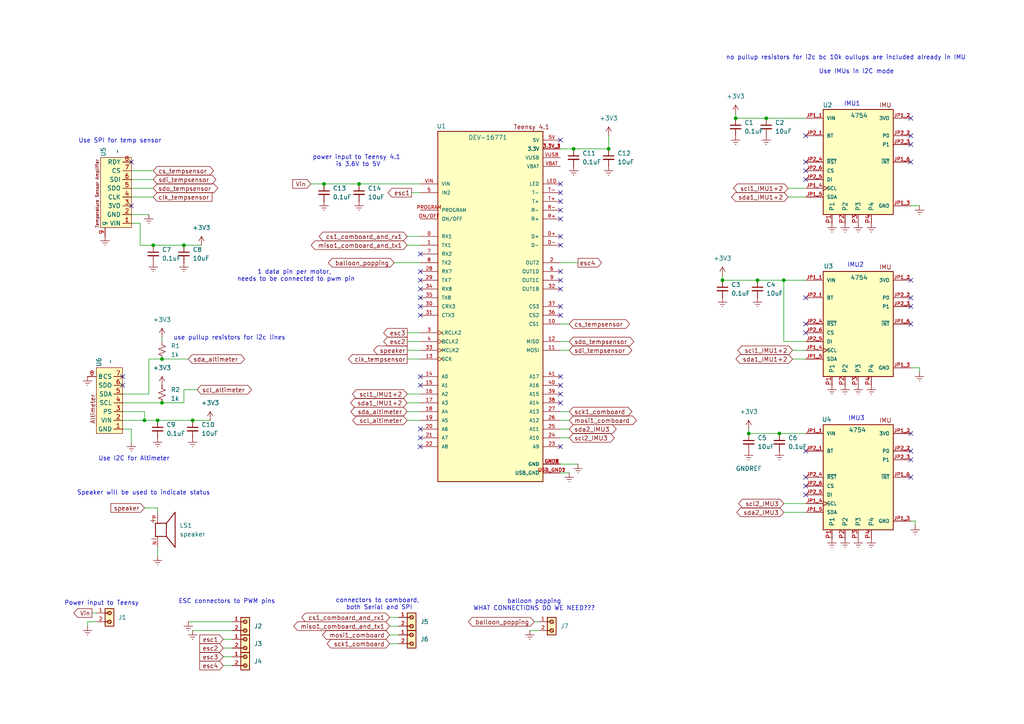
<source format=kicad_sch>
(kicad_sch (version 20231120) (generator "eeschema") (generator_version "8.0")
  (paper "A4")
  (lib_symbols
    (symbol "Device:C_Small" (pin_numbers hide) (pin_names (offset 0.254) hide)
      (property "Reference" "C" (at 0.254 1.778 0))
      (property "Value" "C_Small" (at 0.254 -2.032 0))
      (symbol "C_Small_1_1"
        (pin passive line (at 0 2.54 270) (length 2.032) (name "~") (number "1"))
        (pin passive line (at 0 -2.54 90) (length 2.032) (name "~") (number "2"))
      )
    )
    (symbol "Device:R_Small_US" (pin_numbers hide) (pin_names (offset 0.254) hide)
      (property "Reference" "R" (at 0.762 0.508 0))
      (property "Value" "R_Small_US" (at 0.762 -1.016 0))
      (symbol "R_Small_US_1_1"
        (pin passive line (at 0 2.54 270) (length 1.016) (name "~") (number "1"))
        (pin passive line (at 0 -2.54 90) (length 1.016) (name "~") (number "2"))
      )
    )
    (symbol "custom_symbol_library:691137710002 - connector" (pin_names (offset 1.016))
      (property "Reference" "J" (at -4.88 -0.922 0))
      (symbol "691137710002 - connector_0_0"
        (pin passive line (at -2.54 -5.08 90) (length 2.54) (name "~") (number "1"))
        (pin passive line (at 0 -5.08 90) (length 2.54) (name "~") (number "2"))
      )
    )
    (symbol "custom_symbol_library:speaker" (pin_names (offset 1.016))
      (property "Reference" "LS" (at -1.27 6.35 0))
      (property "Value" "speaker" (at -1.27 -8.255 0))
      (symbol "speaker_0_0"
        (text "+" (at -5.08 1.778 0) (effects (font (size 1.778 1.778)) (justify left bottom)))
        (text "-" (at -4.826 -3.556 0) (effects (font (size 1.778 1.778)) (justify left bottom)))
        (pin passive line (at -2.54 -5.08 90) (length 2.54) (name "~") (number "N"))
        (pin passive line (at -2.54 5.08 270) (length 2.54) (name "~") (number "P"))
      )
    )
    (symbol "library-symbols:4754" (pin_names (offset 1.016))
      (property "Reference" "U" (at -0.254 16.764 0))
      (property "Value" "4754" (at 0 13.716 0))
      (symbol "4754_0_0"
        (pin input line (at -15.24 12.7 0) (length 5.08) (name "VIN") (number "JP1_1"))
        (pin output line (at 15.24 12.7 180) (length 5.08) (name "3VO") (number "JP1_2"))
        (pin power_in line (at 15.24 -12.7 180) (length 5.08) (name "GND") (number "JP1_3"))
        (pin bidirectional clock (at -15.24 -7.62 0) (length 5.08) (name "SCL") (number "JP1_4"))
        (pin bidirectional line (at -15.24 -10.16 0) (length 5.08) (name "SDA") (number "JP1_5"))
        (pin output line (at 15.24 0 180) (length 5.08) (name "~{INT}") (number "JP1_6"))
        (pin input line (at -15.24 7.62 0) (length 5.08) (name "BT") (number "JP2_1"))
        (pin bidirectional line (at 15.24 7.62 180) (length 5.08) (name "P0") (number "JP2_2"))
        (pin bidirectional line (at 15.24 5.08 180) (length 5.08) (name "P1") (number "JP2_3"))
        (pin input line (at -15.24 0 0) (length 5.08) (name "~{RST}") (number "JP2_4"))
        (pin input line (at -15.24 -5.08 0) (length 5.08) (name "DI") (number "JP2_5"))
        (pin input line (at -15.24 -2.54 0) (length 5.08) (name "CS") (number "JP2_6"))
      )
      (symbol "4754_1_1"
        (text "IMU\n" (at 7.874 16.51 0) (effects (font (size 1.27 1.27))))
        (pin input line (at -7.62 -17.78 90) (length 2.54) (name "P1") (number "P1"))
        (pin input line (at -3.81 -17.78 90) (length 2.54) (name "P2") (number "P2"))
        (pin input line (at 0 -17.78 90) (length 2.54) (name "P3") (number "P3"))
        (pin input line (at 3.81 -17.78 90) (length 2.54) (name "P4") (number "P4"))
      )
    )
    (symbol "library-symbols:Altimeter"
      (property "Reference" "U4" (at 21.59 6.7339 0))
      (property "Value" "~" (at 21.59 4.8288 0))
      (symbol "Altimeter_1_1"
        (text "Altimeter" (at 8.382 9.906 0) (effects (font (size 1.27 1.27))))
        (pin input line (at 2.54 1.27 90) (length 2.54) (name "GND") (number "1"))
        (pin power_in line (at 5.08 1.27 90) (length 2.54) (name "VIN") (number "2"))
        (pin power_in line (at 7.62 1.27 90) (length 2.54) (name "PS") (number "3"))
        (pin power_in line (at 10.16 1.27 90) (length 2.54) (name "SCL") (number "4"))
        (pin power_in line (at 12.7 1.27 90) (length 2.54) (name "SDA") (number "5"))
        (pin power_in line (at 15.24 1.27 90) (length 2.54) (name "SDO") (number "6"))
        (pin power_in line (at 17.78 1.27 90) (length 2.54) (name "CS") (number "7"))
        (pin input line (at 17.78 11.43 270) (length 2.54) (name "8") (number "8"))
      )
    )
    (symbol "library-symbols:DEV-16771" (pin_names (offset 1.016))
      (property "Reference" "U1" (at 0 55.88 0))
      (property "Value" "DEV-16771" (at 0 53.34 0))
      (symbol "DEV-16771_0_0"
        (pin bidirectional line (at -20.32 20.32 0) (length 5.08) (name "RX1") (number "0"))
        (pin bidirectional line (at -20.32 17.78 0) (length 5.08) (name "TX1") (number "1"))
        (pin bidirectional line (at 20.32 -5.08 180) (length 5.08) (name "CS1") (number "10"))
        (pin bidirectional line (at 20.32 -12.7 180) (length 5.08) (name "MOSI") (number "11"))
        (pin bidirectional line (at 20.32 -10.16 180) (length 5.08) (name "MISO") (number "12"))
        (pin bidirectional clock (at -20.32 -15.24 0) (length 5.08) (name "SCK") (number "13"))
        (pin bidirectional line (at -20.32 -20.32 0) (length 5.08) (name "A0") (number "14"))
        (pin bidirectional line (at -20.32 -22.86 0) (length 5.08) (name "A1") (number "15"))
        (pin bidirectional line (at -20.32 -25.4 0) (length 5.08) (name "A2") (number "16"))
        (pin bidirectional line (at -20.32 -27.94 0) (length 5.08) (name "A3") (number "17"))
        (pin bidirectional line (at -20.32 -30.48 0) (length 5.08) (name "A4") (number "18"))
        (pin bidirectional line (at -20.32 -33.02 0) (length 5.08) (name "A5") (number "19"))
        (pin output line (at 20.32 12.7 180) (length 5.08) (name "OUT2") (number "2"))
        (pin bidirectional line (at -20.32 -35.56 0) (length 5.08) (name "A6") (number "20"))
        (pin bidirectional line (at -20.32 -38.1 0) (length 5.08) (name "A7") (number "21"))
        (pin bidirectional line (at -20.32 -40.64 0) (length 5.08) (name "A8") (number "22"))
        (pin bidirectional line (at 20.32 -40.64 180) (length 5.08) (name "A9") (number "23"))
        (pin bidirectional line (at 20.32 -38.1 180) (length 5.08) (name "A10") (number "24"))
        (pin bidirectional line (at 20.32 -35.56 180) (length 5.08) (name "A11") (number "25"))
        (pin bidirectional line (at 20.32 -33.02 180) (length 5.08) (name "A12") (number "26"))
        (pin bidirectional line (at 20.32 -30.48 180) (length 5.08) (name "A13") (number "27"))
        (pin bidirectional line (at -20.32 10.16 0) (length 5.08) (name "RX7") (number "28"))
        (pin bidirectional line (at -20.32 7.62 0) (length 5.08) (name "TX7") (number "29"))
        (pin bidirectional clock (at -20.32 -7.62 0) (length 5.08) (name "LRCLK2") (number "3"))
        (pin power_in line (at 20.32 45.72 180) (length 5.08) (name "3.3V") (number "3.3V_1"))
        (pin power_in line (at 20.32 45.72 180) (length 5.08) (name "3.3V") (number "3.3V_2"))
        (pin power_in line (at 20.32 45.72 180) (length 5.08) (name "3.3V") (number "3.3V_3"))
        (pin bidirectional line (at -20.32 0 0) (length 5.08) (name "CRX3") (number "30"))
        (pin bidirectional line (at -20.32 -2.54 0) (length 5.08) (name "CTX3") (number "31"))
        (pin output line (at 20.32 5.08 180) (length 5.08) (name "OUT1B") (number "32"))
        (pin bidirectional clock (at -20.32 -12.7 0) (length 5.08) (name "MCLK2") (number "33"))
        (pin bidirectional line (at -20.32 5.08 0) (length 5.08) (name "RX8") (number "34"))
        (pin bidirectional line (at -20.32 2.54 0) (length 5.08) (name "TX8") (number "35"))
        (pin bidirectional line (at 20.32 -2.54 180) (length 5.08) (name "CS2") (number "36"))
        (pin bidirectional line (at 20.32 0 180) (length 5.08) (name "CS3") (number "37"))
        (pin bidirectional line (at 20.32 -27.94 180) (length 5.08) (name "A14") (number "38"))
        (pin bidirectional line (at 20.32 -25.4 180) (length 5.08) (name "A15") (number "39"))
        (pin bidirectional clock (at -20.32 -10.16 0) (length 5.08) (name "BCLK2") (number "4"))
        (pin bidirectional line (at 20.32 -22.86 180) (length 5.08) (name "A16") (number "40"))
        (pin bidirectional line (at 20.32 -20.32 180) (length 5.08) (name "A17") (number "41"))
        (pin bidirectional line (at -20.32 33.02 0) (length 5.08) (name "IN2") (number "5"))
        (pin power_in line (at 20.32 48.26 180) (length 5.08) (name "5V") (number "5V"))
        (pin output line (at 20.32 10.16 180) (length 5.08) (name "OUT1D") (number "6"))
        (pin bidirectional line (at -20.32 15.24 0) (length 5.08) (name "RX2") (number "7"))
        (pin bidirectional line (at -20.32 12.7 0) (length 5.08) (name "TX2") (number "8"))
        (pin output line (at 20.32 7.62 180) (length 5.08) (name "OUT1C") (number "9"))
        (pin bidirectional line (at 20.32 20.32 180) (length 5.08) (name "D+") (number "D+"))
        (pin bidirectional line (at 20.32 17.78 180) (length 5.08) (name "D-") (number "D-"))
        (pin power_in line (at 20.32 -45.72 180) (length 5.08) (name "GND") (number "GND1"))
        (pin power_in line (at 20.32 -45.72 180) (length 5.08) (name "GND") (number "GND2"))
        (pin power_in line (at 20.32 -45.72 180) (length 5.08) (name "GND") (number "GND3"))
        (pin power_in line (at 20.32 -45.72 180) (length 5.08) (name "GND") (number "GND4"))
        (pin power_in line (at 20.32 -45.72 180) (length 5.08) (name "GND") (number "GND5"))
        (pin bidirectional line (at 20.32 35.56 180) (length 5.08) (name "LED") (number "LED"))
        (pin bidirectional line (at -20.32 25.4 0) (length 5.08) (name "ON/OFF") (number "ON/OFF"))
        (pin bidirectional line (at -20.32 27.94 0) (length 5.08) (name "PROGRAM") (number "PROGRAM"))
        (pin bidirectional line (at 20.32 25.4 180) (length 5.08) (name "R+") (number "R+"))
        (pin bidirectional line (at 20.32 27.94 180) (length 5.08) (name "R-") (number "R-"))
        (pin bidirectional line (at 20.32 30.48 180) (length 5.08) (name "T+") (number "T+"))
        (pin bidirectional line (at 20.32 33.02 180) (length 5.08) (name "T-") (number "T-"))
        (pin power_in line (at 20.32 -48.26 180) (length 5.08) (name "USB_GND") (number "USB_GND1"))
        (pin power_in line (at 20.32 -48.26 180) (length 5.08) (name "USB_GND") (number "USB_GND2"))
        (pin passive line (at 20.32 40.64 180) (length 5.08) (name "VBAT") (number "VBAT"))
        (pin input line (at -20.32 35.56 0) (length 5.08) (name "VIN") (number "VIN"))
        (pin passive line (at 20.32 43.18 180) (length 5.08) (name "VUSB") (number "VUSB"))
      )
      (symbol "DEV-16771_1_1"
        (text "Teensy 4.1" (at 11.938 52.07 0) (effects (font (size 1.27 1.27))))
      )
    )
    (symbol "library-symbols:GNDREF" (power) (pin_numbers hide) (pin_names (offset 0) hide)
      (property "Value" "GNDREF" (at 0 -3.81 0))
      (symbol "GNDREF_1_1"
        (pin power_in line (at 0 0 270) (length 0) (name "~") (number "1"))
      )
    )
    (symbol "library-symbols:temp_sensor_amp"
      (property "Reference" "U3" (at 11.43 2.1357 0))
      (property "Value" "~" (at 11.43 0.2306 0))
      (symbol "temp_sensor_amp_1_1"
        (text "Temperature Sensor Amplifier\n" (at -0.254 6.096 0) (effects (font (size 0.889 0.889))))
        (pin power_in line (at -8.89 -3.81 90) (length 2.54) (name "VIN") (number "1"))
        (pin input line (at -6.35 -3.81 90) (length 2.54) (name "GND") (number "2"))
        (pin output line (at -3.81 -3.81 90) (length 2.54) (name "3VO") (number "3"))
        (pin input line (at -1.27 -3.81 90) (length 2.54) (name "CLK") (number "4"))
        (pin output line (at 1.27 -3.81 90) (length 2.54) (name "SDO") (number "5"))
        (pin input line (at 3.81 -3.81 90) (length 2.54) (name "SDI") (number "6"))
        (pin input line (at 6.35 -3.81 90) (length 2.54) (name "CS") (number "7"))
        (pin input line (at 8.89 -3.81 90) (length 2.54) (name "RDY") (number "8"))
        (pin input line (at -12.7 3.81 0) (length 2.54) (name "9") (number "9"))
      )
    )
    (symbol "power:+3V3" (power) (pin_numbers hide) (pin_names (offset 0) hide)
      (property "Value" "+3V3" (at 0 3.556 0))
      (symbol "+3V3_1_1"
        (pin power_in line (at 0 0 90) (length 0) (name "~") (number "1"))
      )
    )
  )
  (junction (at 176.53 43.18))
  (junction (at 219.71 81.28))
  (junction (at 226.06 125.73))
  (junction (at 222.25 34.29))
  (junction (at 53.34 71.12))
  (junction (at 44.45 71.12))
  (junction (at 46.99 104.14))
  (junction (at 93.98 53.34))
  (junction (at 227.33 81.28))
  (junction (at 45.72 121.92))
  (junction (at 55.88 121.92))
  (junction (at 41.91 121.92))
  (junction (at 217.17 125.73))
  (junction (at 213.36 34.29))
  (junction (at 46.99 116.84))
  (junction (at 209.55 81.28))
  (junction (at 166.37 43.18))
  (junction (at 104.14 53.34))
  (no_connect (at 121.92 73.66))
  (no_connect (at 233.68 138.43))
  (no_connect (at 264.16 39.37))
  (no_connect (at 162.56 111.76))
  (no_connect (at 38.1 59.69))
  (no_connect (at 264.16 133.35))
  (no_connect (at 162.56 109.22))
  (no_connect (at 162.56 40.64))
  (no_connect (at 233.68 96.52))
  (no_connect (at 264.16 130.81))
  (no_connect (at 162.56 63.5))
  (no_connect (at 233.68 39.37))
  (no_connect (at 233.68 49.53))
  (no_connect (at 162.56 53.34))
  (no_connect (at 264.16 88.9))
  (no_connect (at 121.92 124.46))
  (no_connect (at 233.68 143.51))
  (no_connect (at 162.56 78.74))
  (no_connect (at 162.56 81.28))
  (no_connect (at 121.92 78.74))
  (no_connect (at 264.16 34.29))
  (no_connect (at 162.56 114.3))
  (no_connect (at 121.92 83.82))
  (no_connect (at 121.92 91.44))
  (no_connect (at 162.56 55.88))
  (no_connect (at 121.92 88.9))
  (no_connect (at 233.68 93.98))
  (no_connect (at 233.68 130.81))
  (no_connect (at 162.56 116.84))
  (no_connect (at 121.92 111.76))
  (no_connect (at 162.56 58.42))
  (no_connect (at 162.56 83.82))
  (no_connect (at 35.56 111.76))
  (no_connect (at 121.92 129.54))
  (no_connect (at 121.92 109.22))
  (no_connect (at 38.1 46.99))
  (no_connect (at 162.56 60.96))
  (no_connect (at 264.16 46.99))
  (no_connect (at 162.56 88.9))
  (no_connect (at 264.16 125.73))
  (no_connect (at 162.56 129.54))
  (no_connect (at 162.56 91.44))
  (no_connect (at 121.92 86.36))
  (no_connect (at 35.56 109.22))
  (no_connect (at 264.16 93.98))
  (no_connect (at 264.16 81.28))
  (no_connect (at 233.68 140.97))
  (no_connect (at 233.68 46.99))
  (no_connect (at 264.16 86.36))
  (no_connect (at 162.56 68.58))
  (no_connect (at 121.92 127))
  (no_connect (at 121.92 81.28))
  (no_connect (at 233.68 86.36))
  (no_connect (at 162.56 71.12))
  (no_connect (at 233.68 52.07))
  (no_connect (at 264.16 41.91))
  (no_connect (at 264.16 138.43))
  (wire (pts (xy 165.1 101.6) (xy 162.56 101.6)))
  (wire (pts (xy 167.64 76.2) (xy 162.56 76.2)))
  (wire (pts (xy 43.18 104.14) (xy 43.18 114.3)))
  (wire (pts (xy 46.99 116.84) (xy 35.56 116.84)))
  (wire (pts (xy 113.03 184.15) (xy 115.57 184.15)))
  (wire (pts (xy 90.17 53.34) (xy 93.98 53.34)))
  (wire (pts (xy 217.17 124.46) (xy 217.17 125.73)))
  (wire (pts (xy 114.3 76.2) (xy 121.92 76.2)))
  (wire (pts (xy 153.67 182.88) (xy 156.21 182.88)))
  (wire (pts (xy 41.91 121.92) (xy 45.72 121.92)))
  (wire (pts (xy 265.43 152.4) (xy 265.43 151.13)))
  (wire (pts (xy 25.4 180.34) (xy 27.94 180.34)))
  (wire (pts (xy 265.43 151.13) (xy 264.16 151.13)))
  (wire (pts (xy 113.03 186.69) (xy 115.57 186.69)))
  (wire (pts (xy 176.53 39.37) (xy 176.53 43.18)))
  (wire (pts (xy 266.7 107.95) (xy 266.7 106.68)))
  (wire (pts (xy 226.06 125.73) (xy 233.68 125.73)))
  (wire (pts (xy 38.1 49.53) (xy 44.45 49.53)))
  (wire (pts (xy 227.33 81.28) (xy 227.33 99.06)))
  (wire (pts (xy 41.91 119.38) (xy 35.56 119.38)))
  (wire (pts (xy 64.77 193.04) (xy 67.31 193.04)))
  (wire (pts (xy 118.11 121.92) (xy 121.92 121.92)))
  (wire (pts (xy 227.33 99.06) (xy 233.68 99.06)))
  (wire (pts (xy 227.33 81.28) (xy 233.68 81.28)))
  (wire (pts (xy 229.87 101.6) (xy 233.68 101.6)))
  (wire (pts (xy 38.1 54.61) (xy 44.45 54.61)))
  (wire (pts (xy 154.94 180.34) (xy 156.21 180.34)))
  (wire (pts (xy 43.18 114.3) (xy 35.56 114.3)))
  (wire (pts (xy 53.34 113.03) (xy 53.34 116.84)))
  (wire (pts (xy 222.25 34.29) (xy 233.68 34.29)))
  (wire (pts (xy 228.6 54.61) (xy 233.68 54.61)))
  (wire (pts (xy 55.88 182.88) (xy 67.31 182.88)))
  (wire (pts (xy 162.56 119.38) (xy 165.1 119.38)))
  (wire (pts (xy 213.36 34.29) (xy 222.25 34.29)))
  (wire (pts (xy 162.56 93.98) (xy 165.1 93.98)))
  (wire (pts (xy 165.1 99.06) (xy 162.56 99.06)))
  (wire (pts (xy 118.11 101.6) (xy 121.92 101.6)))
  (wire (pts (xy 119.38 55.88) (xy 121.92 55.88)))
  (wire (pts (xy 58.42 71.12) (xy 53.34 71.12)))
  (wire (pts (xy 209.55 81.28) (xy 219.71 81.28)))
  (wire (pts (xy 53.34 113.03) (xy 57.15 113.03)))
  (wire (pts (xy 227.33 148.59) (xy 233.68 148.59)))
  (wire (pts (xy 55.88 121.92) (xy 60.96 121.92)))
  (wire (pts (xy 217.17 125.73) (xy 226.06 125.73)))
  (wire (pts (xy 118.11 116.84) (xy 121.92 116.84)))
  (wire (pts (xy 113.03 181.61) (xy 115.57 181.61)))
  (wire (pts (xy 166.37 43.18) (xy 176.53 43.18)))
  (wire (pts (xy 45.72 147.32) (xy 45.72 148.59)))
  (wire (pts (xy 35.56 121.92) (xy 41.91 121.92)))
  (wire (pts (xy 162.56 43.18) (xy 166.37 43.18)))
  (wire (pts (xy 167.64 134.62) (xy 162.56 134.62)))
  (wire (pts (xy 113.03 179.07) (xy 115.57 179.07)))
  (wire (pts (xy 25.4 181.61) (xy 25.4 180.34)))
  (wire (pts (xy 162.56 124.46) (xy 165.1 124.46)))
  (wire (pts (xy 121.92 104.14) (xy 118.11 104.14)))
  (wire (pts (xy 38.1 124.46) (xy 35.56 124.46)))
  (wire (pts (xy 93.98 53.34) (xy 104.14 53.34)))
  (wire (pts (xy 104.14 53.34) (xy 121.92 53.34)))
  (wire (pts (xy 229.87 104.14) (xy 233.68 104.14)))
  (wire (pts (xy 45.72 161.29) (xy 45.72 158.75)))
  (wire (pts (xy 118.11 99.06) (xy 121.92 99.06)))
  (wire (pts (xy 45.72 121.92) (xy 55.88 121.92)))
  (wire (pts (xy 38.1 124.46) (xy 38.1 128.27)))
  (wire (pts (xy 64.77 190.5) (xy 67.31 190.5)))
  (wire (pts (xy 46.99 99.06) (xy 46.99 97.79)))
  (wire (pts (xy 165.1 121.92) (xy 162.56 121.92)))
  (wire (pts (xy 219.71 81.28) (xy 227.33 81.28)))
  (wire (pts (xy 64.77 187.96) (xy 67.31 187.96)))
  (wire (pts (xy 44.45 57.15) (xy 38.1 57.15)))
  (wire (pts (xy 213.36 33.02) (xy 213.36 34.29)))
  (wire (pts (xy 118.11 71.12) (xy 121.92 71.12)))
  (wire (pts (xy 118.11 68.58) (xy 121.92 68.58)))
  (wire (pts (xy 40.64 71.12) (xy 40.64 64.77)))
  (wire (pts (xy 64.77 185.42) (xy 67.31 185.42)))
  (wire (pts (xy 38.1 52.07) (xy 44.45 52.07)))
  (wire (pts (xy 266.7 106.68) (xy 264.16 106.68)))
  (wire (pts (xy 53.34 116.84) (xy 46.99 116.84)))
  (wire (pts (xy 53.34 71.12) (xy 44.45 71.12)))
  (wire (pts (xy 227.33 146.05) (xy 233.68 146.05)))
  (wire (pts (xy 209.55 80.01) (xy 209.55 81.28)))
  (wire (pts (xy 41.91 121.92) (xy 41.91 119.38)))
  (wire (pts (xy 41.91 147.32) (xy 45.72 147.32)))
  (wire (pts (xy 44.45 71.12) (xy 40.64 71.12)))
  (wire (pts (xy 118.11 114.3) (xy 121.92 114.3)))
  (wire (pts (xy 162.56 137.16) (xy 165.1 137.16)))
  (wire (pts (xy 266.7 59.69) (xy 264.16 59.69)))
  (wire (pts (xy 40.64 64.77) (xy 38.1 64.77)))
  (wire (pts (xy 26.67 177.8) (xy 27.94 177.8)))
  (wire (pts (xy 54.61 180.34) (xy 67.31 180.34)))
  (wire (pts (xy 54.61 104.14) (xy 46.99 104.14)))
  (wire (pts (xy 118.11 96.52) (xy 121.92 96.52)))
  (wire (pts (xy 46.99 104.14) (xy 43.18 104.14)))
  (wire (pts (xy 162.56 127) (xy 165.1 127)))
  (wire (pts (xy 43.18 62.23) (xy 38.1 62.23)))
  (wire (pts (xy 228.6 57.15) (xy 233.68 57.15)))
  (wire (pts (xy 118.11 119.38) (xy 121.92 119.38)))
  (text "IMU3" (at 248.412 121.412 0) (effects (font (size 1.27 1.27))))
  (text "use pullup resistors for i2c lines" (at 66.548 98.044 0) (effects (font (size 1.27 1.27))))
  (text "IMU2" (at 248.158 76.962 0) (effects (font (size 1.27 1.27))))
  (text "power input to Teensy 4.1 \nis 3.6V to 5V" (at 103.886 46.736 0) (effects (font (size 1.27 1.27))))
  (text "Use I2C for Altimeter" (at 38.862 133.096 0) (effects (font (size 1.27 1.27))))
  (text "connectors to comboard, \nboth Serial and SPI" (at 109.982 175.26 0) (effects (font (size 1.27 1.27))))
  (text "Use IMUs in I2C mode" (at 248.412 20.828 0) (effects (font (size 1.27 1.27))))
  (text "balloon popping\nWHAT CONNECTIONS DO WE NEED???" (at 154.94 175.514 0) (effects (font (size 1.27 1.27))))
  (text "Use SPI for temp sensor" (at 34.798 40.894 0) (effects (font (size 1.27 1.27))))
  (text "no pullup resistors for i2c bc 10k oullups are included already in IMU" (at 245.364 16.764 0) (effects (font (size 1.27 1.27))))
  (text "ESC connectors to PWM pins" (at 65.786 174.498 0) (effects (font (size 1.27 1.27))))
  (text "1 data pin per motor, \nneeds to be connected to pwm pin" (at 85.852 80.01 0) (effects (font (size 1.27 1.27))))
  (text "Speaker will be used to indicate status" (at 41.656 143.002 0) (effects (font (size 1.27 1.27))))
  (text "IMU1" (at 247.142 30.226 0) (effects (font (size 1.27 1.27))))
  (text "Power input to Teensy" (at 29.464 175.006 0) (effects (font (size 1.27 1.27))))
  (global_label "clk_tempsensor" (shape input) (at 44.45 57.15 0) (property "Intersheetrefs" "${INTERSHEET_REFS}" (effects (hide yes))))
  (global_label "miso1_comboard_and_tx1" (shape bidirectional) (at 118.11 71.12 180) (property "Intersheetrefs" "${INTERSHEET_REFS}" (effects (hide yes))))
  (global_label "scl2_IMU3" (shape bidirectional) (at 227.33 146.05 180) (property "Intersheetrefs" "${INTERSHEET_REFS}" (effects (hide yes))))
  (global_label "scl1_IMU1+2" (shape bidirectional) (at 229.87 101.6 180) (property "Intersheetrefs" "${INTERSHEET_REFS}" (effects (hide yes))))
  (global_label "sda1_IMU1+2" (shape bidirectional) (at 229.87 104.14 180) (property "Intersheetrefs" "${INTERSHEET_REFS}" (effects (hide yes))))
  (global_label "sda_altimeter" (shape bidirectional) (at 54.61 104.14 0) (property "Intersheetrefs" "${INTERSHEET_REFS}" (effects (hide yes))))
  (global_label "sda1_IMU1+2" (shape bidirectional) (at 228.6 57.15 180) (property "Intersheetrefs" "${INTERSHEET_REFS}" (effects (hide yes))))
  (global_label "mosi1_comboard" (shape bidirectional) (at 113.03 184.15 180) (property "Intersheetrefs" "${INTERSHEET_REFS}" (effects (hide yes))))
  (global_label "esc1" (shape input) (at 64.77 185.42 180) (property "Intersheetrefs" "${INTERSHEET_REFS}" (effects (hide yes))))
  (global_label "cs_tempsensor" (shape bidirectional) (at 165.1 93.98 0) (property "Intersheetrefs" "${INTERSHEET_REFS}" (effects (hide yes))))
  (global_label "scl2_IMU3" (shape bidirectional) (at 165.1 127 0) (property "Intersheetrefs" "${INTERSHEET_REFS}" (effects (hide yes))))
  (global_label "mosi1_comboard" (shape bidirectional) (at 165.1 121.92 0) (property "Intersheetrefs" "${INTERSHEET_REFS}" (effects (hide yes))))
  (global_label "balloon_popping" (shape bidirectional) (at 114.3 76.2 180) (property "Intersheetrefs" "${INTERSHEET_REFS}" (effects (hide yes))))
  (global_label "sda2_IMU3" (shape bidirectional) (at 227.33 148.59 180) (property "Intersheetrefs" "${INTERSHEET_REFS}" (effects (hide yes))))
  (global_label "esc4" (shape output) (at 167.64 76.2 0) (property "Intersheetrefs" "${INTERSHEET_REFS}" (effects (hide yes))))
  (global_label "esc2" (shape input) (at 64.77 187.96 180) (property "Intersheetrefs" "${INTERSHEET_REFS}" (effects (hide yes))))
  (global_label "scl1_IMU1+2" (shape bidirectional) (at 118.11 114.3 180) (property "Intersheetrefs" "${INTERSHEET_REFS}" (effects (hide yes))))
  (global_label "miso1_comboard_and_tx1" (shape bidirectional) (at 113.03 181.61 180) (property "Intersheetrefs" "${INTERSHEET_REFS}" (effects (hide yes))))
  (global_label "esc4" (shape input) (at 64.77 193.04 180) (property "Intersheetrefs" "${INTERSHEET_REFS}" (effects (hide yes))))
  (global_label "speaker" (shape input) (at 41.91 147.32 180) (property "Intersheetrefs" "${INTERSHEET_REFS}" (effects (hide yes))))
  (global_label "sda_altimeter" (shape bidirectional) (at 118.11 119.38 180) (property "Intersheetrefs" "${INTERSHEET_REFS}" (effects (hide yes))))
  (global_label "scl1_IMU1+2" (shape bidirectional) (at 228.6 54.61 180) (property "Intersheetrefs" "${INTERSHEET_REFS}" (effects (hide yes))))
  (global_label "Vin" (shape output) (at 26.67 177.8 180) (property "Intersheetrefs" "${INTERSHEET_REFS}" (effects (hide yes))))
  (global_label "sck1_comboard" (shape bidirectional) (at 113.03 186.69 180) (property "Intersheetrefs" "${INTERSHEET_REFS}" (effects (hide yes))))
  (global_label "sdo_tempsensor" (shape bidirectional) (at 165.1 99.06 0) (property "Intersheetrefs" "${INTERSHEET_REFS}" (effects (hide yes))))
  (global_label "sda1_IMU1+2" (shape bidirectional) (at 118.11 116.84 180) (property "Intersheetrefs" "${INTERSHEET_REFS}" (effects (hide yes))))
  (global_label "sdo_tempsensor" (shape bidirectional) (at 44.45 54.61 0) (property "Intersheetrefs" "${INTERSHEET_REFS}" (effects (hide yes))))
  (global_label "clk_tempsensor" (shape output) (at 118.11 104.14 180) (property "Intersheetrefs" "${INTERSHEET_REFS}" (effects (hide yes))))
  (global_label "balloon_popping" (shape bidirectional) (at 154.94 180.34 180) (property "Intersheetrefs" "${INTERSHEET_REFS}" (effects (hide yes))))
  (global_label "sdi_tempsensor" (shape bidirectional) (at 44.45 52.07 0) (property "Intersheetrefs" "${INTERSHEET_REFS}" (effects (hide yes))))
  (global_label "Vin" (shape input) (at 90.17 53.34 180) (property "Intersheetrefs" "${INTERSHEET_REFS}" (effects (hide yes))))
  (global_label "sdi_tempsensor" (shape bidirectional) (at 165.1 101.6 0) (property "Intersheetrefs" "${INTERSHEET_REFS}" (effects (hide yes))))
  (global_label "esc1" (shape output) (at 119.38 55.88 180) (property "Intersheetrefs" "${INTERSHEET_REFS}" (effects (hide yes))))
  (global_label "scl_altimeter" (shape bidirectional) (at 118.11 121.92 180) (property "Intersheetrefs" "${INTERSHEET_REFS}" (effects (hide yes))))
  (global_label "cs1_comboard_and_rx1" (shape bidirectional) (at 113.03 179.07 180) (property "Intersheetrefs" "${INTERSHEET_REFS}" (effects (hide yes))))
  (global_label "cs_tempsensor" (shape bidirectional) (at 44.45 49.53 0) (property "Intersheetrefs" "${INTERSHEET_REFS}" (effects (hide yes))))
  (global_label "sck1_comboard" (shape bidirectional) (at 165.1 119.38 0) (property "Intersheetrefs" "${INTERSHEET_REFS}" (effects (hide yes))))
  (global_label "scl_altimeter" (shape bidirectional) (at 57.15 113.03 0) (property "Intersheetrefs" "${INTERSHEET_REFS}" (effects (hide yes))))
  (global_label "esc3" (shape output) (at 118.11 96.52 180) (property "Intersheetrefs" "${INTERSHEET_REFS}" (effects (hide yes))))
  (global_label "sda2_IMU3" (shape bidirectional) (at 165.1 124.46 0) (property "Intersheetrefs" "${INTERSHEET_REFS}" (effects (hide yes))))
  (global_label "esc2" (shape output) (at 118.11 99.06 180) (property "Intersheetrefs" "${INTERSHEET_REFS}" (effects (hide yes))))
  (global_label "esc3" (shape input) (at 64.77 190.5 180) (property "Intersheetrefs" "${INTERSHEET_REFS}" (effects (hide yes))))
  (global_label "cs1_comboard_and_rx1" (shape bidirectional) (at 118.11 68.58 180) (property "Intersheetrefs" "${INTERSHEET_REFS}" (effects (hide yes))))
  (global_label "speaker" (shape output) (at 118.11 101.6 180) (property "Intersheetrefs" "${INTERSHEET_REFS}" (effects (hide yes))))
  (symbol (lib_id "power:+3V3") (at 213.36 33.02 0) (unit 1)
    (property "Reference" "#PWR010" (effects (hide yes)))
    (property "Value" "+3V3" (at 213.36 27.94 0))
    (property "Description" "Power symbol creates a global label with name \"+3V3\"" (effects (hide yes)))
  )
  (symbol (lib_id "Device:C_Small") (at 44.45 73.66 0) (unit 1)
    (property "Reference" "C7" (at 46.99 72.3962 0) (effects (justify left)))
    (property "Value" "0.1uF" (at 46.99 74.9362 0) (effects (justify left)))
    (property "Footprint" "Capacitor_SMD:C_0805_2012Metric_Pad1.18x1.45mm_HandSolder" (effects (hide yes)))
    (property "Description" "Unpolarized capacitor, small symbol" (effects (hide yes)))
  )
  (symbol (lib_id "library-symbols:GNDREF") (at 38.1 128.27 0) (unit 1)
    (property "Reference" "#PWR05" (effects (hide yes)))
    (property "Value" "GNDREF" (effects (hide yes)))
    (property "Description" "Power symbol creates a global label with name \"GNDREF\" , reference supply ground" (effects (hide yes)))
  )
  (symbol (lib_id "library-symbols:GNDREF") (at 53.34 76.2 0) (unit 1)
    (property "Reference" "#PWR042" (effects (hide yes)))
    (property "Value" "GNDREF" (effects (hide yes)))
    (property "Description" "Power symbol creates a global label with name \"GNDREF\" , reference supply ground" (effects (hide yes)))
  )
  (symbol (lib_id "library-symbols:GNDREF") (at 252.73 156.21 0) (unit 1)
    (property "Reference" "#PWR030" (effects (hide yes)))
    (property "Value" "GNDREF" (effects (hide yes)))
    (property "Description" "Power symbol creates a global label with name \"GNDREF\" , reference supply ground" (effects (hide yes)))
  )
  (symbol (lib_id "Device:C_Small") (at 104.14 55.88 0) (unit 1)
    (property "Reference" "C14" (at 106.68 54.6162 0) (effects (justify left)))
    (property "Value" "10uF" (at 106.68 57.1562 0) (effects (justify left)))
    (property "Footprint" "Capacitor_SMD:C_0805_2012Metric_Pad1.18x1.45mm_HandSolder" (effects (hide yes)))
    (property "Description" "Unpolarized capacitor, small symbol" (effects (hide yes)))
  )
  (symbol (lib_id "power:+3V3") (at 58.42 71.12 0) (unit 1)
    (property "Reference" "#PWR014" (effects (hide yes)))
    (property "Value" "+3V3" (at 58.42 66.04 0))
    (property "Description" "Power symbol creates a global label with name \"+3V3\"" (effects (hide yes)))
  )
  (symbol (lib_id "library-symbols:GNDREF") (at 222.25 39.37 0) (unit 1)
    (property "Reference" "#PWR022" (effects (hide yes)))
    (property "Value" "GNDREF" (effects (hide yes)))
    (property "Description" "Power symbol creates a global label with name \"GNDREF\" , reference supply ground" (effects (hide yes)))
  )
  (symbol (lib_id "library-symbols:GNDREF") (at 226.06 130.81 0) (unit 1)
    (property "Reference" "#PWR041" (effects (hide yes)))
    (property "Value" "GNDREF" (effects (hide yes)))
    (property "Description" "Power symbol creates a global label with name \"GNDREF\" , reference supply ground" (effects (hide yes)))
  )
  (symbol (lib_id "library-symbols:GNDREF") (at 153.67 182.88 0) (unit 1)
    (property "Reference" "#PWR044" (effects (hide yes)))
    (property "Value" "GNDREF" (effects (hide yes)))
    (property "Description" "Power symbol creates a global label with name \"GNDREF\" , reference supply ground" (effects (hide yes)))
  )
  (symbol (lib_id "library-symbols:GNDREF") (at 219.71 86.36 0) (unit 1)
    (property "Reference" "#PWR039" (effects (hide yes)))
    (property "Value" "GNDREF" (effects (hide yes)))
    (property "Description" "Power symbol creates a global label with name \"GNDREF\" , reference supply ground" (effects (hide yes)))
  )
  (symbol (lib_id "library-symbols:GNDREF") (at 166.37 48.26 0) (unit 1)
    (property "Reference" "#PWR037" (effects (hide yes)))
    (property "Value" "GNDREF" (effects (hide yes)))
    (property "Description" "Power symbol creates a global label with name \"GNDREF\" , reference supply ground" (effects (hide yes)))
  )
  (symbol (lib_id "custom_symbol_library:691137710002 - connector") (at 33.02 180.34 270) (unit 1)
    (property "Reference" "J1" (at 34.29 179.0699 90) (effects (justify left)))
    (property "Value" "691137710002" (effects (hide yes)))
    (property "Footprint" "library-footprints:691137710002-connector" (effects (hide yes)))
    (property "Check_prices" "https://www.snapeda.com/parts/691137710002/W%25C3%25BCrth+Elektronik+Midcom/view-part/?ref=eda" (effects (hide yes)))
    (property "WIRE" "12 to 30 (AWG) 3.31 to 0.05 (mm²)" (effects (hide yes)))
    (property "Description_1" "\n                        \n                            2 Position Wire to Board Terminal Block Horizontal with Board 0.197 (5.00mm) Through Hole\n                        \n" (effects (hide yes)))
    (property "Package" "None" (effects (hide yes)))
    (property "MOUNT" "THT" (effects (hide yes)))
    (property "IR-VDE" "24A" (effects (hide yes)))
    (property "IR-UL" "16A" (effects (hide yes)))
    (property "Availability" "In Stock" (effects (hide yes)))
    (property "WORKING-VOLTAGE-UL" "300V(AC)" (effects (hide yes)))
    (property "PART-NUMBER" "691137710002" (effects (hide yes)))
    (property "MF" "Würth Elektronik" (effects (hide yes)))
    (property "DATASHEET-URL" "https://www.we-online.com/catalog/datasheet/691137710002.pdf" (effects (hide yes)))
    (property "MP" "691137710002" (effects (hide yes)))
    (property "PITCH" "5mm" (effects (hide yes)))
    (property "PINS" "2" (effects (hide yes)))
    (property "WORKING-VOLTAGE-VDE" "250V(AC)" (effects (hide yes)))
    (property "TYPE" "Horizontal" (effects (hide yes)))
    (property "Price" "None" (effects (hide yes)))
    (property "SnapEDA_Link" "https://www.snapeda.com/parts/691137710002/W%25C3%25BCrth+Elektronik+Midcom/view-part/?ref=snap" (effects (hide yes)))
  )
  (symbol (lib_id "library-symbols:GNDREF") (at 45.72 161.29 0) (unit 1)
    (property "Reference" "#PWR047" (effects (hide yes)))
    (property "Value" "GNDREF" (effects (hide yes)))
    (property "Description" "Power symbol creates a global label with name \"GNDREF\" , reference supply ground" (effects (hide yes)))
  )
  (symbol (lib_id "library-symbols:GNDREF") (at 55.88 127 0) (unit 1)
    (property "Reference" "#PWR043" (effects (hide yes)))
    (property "Value" "GNDREF" (effects (hide yes)))
    (property "Description" "Power symbol creates a global label with name \"GNDREF\" , reference supply ground" (effects (hide yes)))
  )
  (symbol (lib_id "Device:R_Small_US") (at 46.99 101.6 0) (unit 1)
    (property "Reference" "R1" (at 49.53 100.3299 0) (effects (justify left)))
    (property "Value" "1k" (at 49.53 102.8699 0) (effects (justify left)))
    (property "Footprint" "Resistor_SMD:R_0805_2012Metric_Pad1.20x1.40mm_HandSolder" (effects (hide yes)))
    (property "Description" "Resistor, small US symbol" (effects (hide yes)))
  )
  (symbol (lib_id "library-symbols:GNDREF") (at 167.64 134.62 0) (unit 1)
    (property "Reference" "#PWR01" (effects (hide yes)))
    (property "Value" "GNDREF" (effects (hide yes)))
    (property "Description" "Power symbol creates a global label with name \"GNDREF\" , reference supply ground" (effects (hide yes)))
  )
  (symbol (lib_id "library-symbols:DEV-16771") (at 142.24 88.9 0) (unit 1)
    (property "Reference" "U1" (at 128.016 36.576 0))
    (property "Value" "DEV-16771" (at 141.478 39.878 0))
    (property "Footprint" "teensy:MODULE_DEV-16771" (effects (hide yes)))
    (property "MF" "SparkFun Electronics" (effects (hide yes)))
    (property "MAXIMUM_PACKAGE_HEIGHT" "4.07mm" (effects (hide yes)))
    (property "Package" "None" (effects (hide yes)))
    (property "Price" "None" (effects (hide yes)))
    (property "Check_prices" "https://www.snapeda.com/parts/DEV-16771/SparkFun+Electronics/view-part/?ref=eda" (effects (hide yes)))
    (property "STANDARD" "Manufacturer recommendations" (effects (hide yes)))
    (property "PARTREV" "4.1" (effects (hide yes)))
    (property "SnapEDA_Link" "https://www.snapeda.com/parts/DEV-16771/SparkFun+Electronics/view-part/?ref=snap" (effects (hide yes)))
    (property "MP" "DEV-16771" (effects (hide yes)))
    (property "Description_1" "\n                        \n                            RT1062 Teensy 4.1 series ARM® Cortex®-M7 MPU Embedded Evaluation Board\n                        \n" (effects (hide yes)))
    (property "Availability" "In Stock" (effects (hide yes)))
    (property "MANUFACTURER" "SparkFun Electronics" (effects (hide yes)))
  )
  (symbol (lib_id "library-symbols:GNDREF") (at 25.4 181.61 0) (unit 1)
    (property "Reference" "#PWR08" (effects (hide yes)))
    (property "Value" "GNDREF" (effects (hide yes)))
    (property "Description" "Power symbol creates a global label with name \"GNDREF\" , reference supply ground" (effects (hide yes)))
  )
  (symbol (lib_id "Device:C_Small") (at 213.36 36.83 0) (unit 1)
    (property "Reference" "C1" (at 215.9 35.5662 0) (effects (justify left)))
    (property "Value" "0.1uF" (at 215.9 38.1062 0) (effects (justify left)))
    (property "Footprint" "Capacitor_SMD:C_0805_2012Metric_Pad1.18x1.45mm_HandSolder" (effects (hide yes)))
    (property "Description" "Unpolarized capacitor, small symbol" (effects (hide yes)))
  )
  (symbol (lib_id "library-symbols:GNDREF") (at 248.92 156.21 0) (unit 1)
    (property "Reference" "#PWR029" (effects (hide yes)))
    (property "Value" "GNDREF" (effects (hide yes)))
    (property "Description" "Power symbol creates a global label with name \"GNDREF\" , reference supply ground" (effects (hide yes)))
  )
  (symbol (lib_id "library-symbols:GNDREF") (at 209.55 86.36 0) (unit 1)
    (property "Reference" "#PWR020" (effects (hide yes)))
    (property "Value" "GNDREF" (effects (hide yes)))
    (property "Description" "Power symbol creates a global label with name \"GNDREF\" , reference supply ground" (effects (hide yes)))
  )
  (symbol (lib_id "Device:C_Small") (at 209.55 83.82 0) (unit 1)
    (property "Reference" "C3" (at 212.09 82.5562 0) (effects (justify left)))
    (property "Value" "0.1uF" (at 212.09 85.0962 0) (effects (justify left)))
    (property "Footprint" "Capacitor_SMD:C_0805_2012Metric_Pad1.18x1.45mm_HandSolder" (effects (hide yes)))
    (property "Description" "Unpolarized capacitor, small symbol" (effects (hide yes)))
  )
  (symbol (lib_id "custom_symbol_library:691137710002 - connector") (at 72.39 187.96 270) (unit 1)
    (property "Reference" "J3" (at 73.66 186.6899 90) (effects (justify left)))
    (property "Value" "691137710002" (effects (hide yes)))
    (property "Footprint" "library-footprints:691137710002-connector" (effects (hide yes)))
    (property "Check_prices" "https://www.snapeda.com/parts/691137710002/W%25C3%25BCrth+Elektronik+Midcom/view-part/?ref=eda" (effects (hide yes)))
    (property "WIRE" "12 to 30 (AWG) 3.31 to 0.05 (mm²)" (effects (hide yes)))
    (property "Description_1" "\n                        \n                            2 Position Wire to Board Terminal Block Horizontal with Board 0.197 (5.00mm) Through Hole\n                        \n" (effects (hide yes)))
    (property "Package" "None" (effects (hide yes)))
    (property "MOUNT" "THT" (effects (hide yes)))
    (property "IR-VDE" "24A" (effects (hide yes)))
    (property "IR-UL" "16A" (effects (hide yes)))
    (property "Availability" "In Stock" (effects (hide yes)))
    (property "WORKING-VOLTAGE-UL" "300V(AC)" (effects (hide yes)))
    (property "PART-NUMBER" "691137710002" (effects (hide yes)))
    (property "MF" "Würth Elektronik" (effects (hide yes)))
    (property "DATASHEET-URL" "https://www.we-online.com/catalog/datasheet/691137710002.pdf" (effects (hide yes)))
    (property "MP" "691137710002" (effects (hide yes)))
    (property "PITCH" "5mm" (effects (hide yes)))
    (property "PINS" "2" (effects (hide yes)))
    (property "WORKING-VOLTAGE-VDE" "250V(AC)" (effects (hide yes)))
    (property "TYPE" "Horizontal" (effects (hide yes)))
    (property "Price" "None" (effects (hide yes)))
    (property "SnapEDA_Link" "https://www.snapeda.com/parts/691137710002/W%25C3%25BCrth+Elektronik+Midcom/view-part/?ref=snap" (effects (hide yes)))
  )
  (symbol (lib_id "library-symbols:GNDREF") (at 245.11 111.76 0) (unit 1)
    (property "Reference" "#PWR032" (effects (hide yes)))
    (property "Value" "GNDREF" (effects (hide yes)))
    (property "Description" "Power symbol creates a global label with name \"GNDREF\" , reference supply ground" (effects (hide yes)))
  )
  (symbol (lib_id "library-symbols:4754") (at 248.92 138.43 0) (unit 1)
    (property "Reference" "U4" (at 239.776 121.666 0))
    (property "Value" "4754" (at 248.666 124.714 0))
    (property "Footprint" "imu:MODULE_4754" (effects (hide yes)))
    (property "MF" "Adafruit" (effects (hide yes)))
    (property "MAXIMUM_PACKAGE_HEIGHT" "4.6mm" (effects (hide yes)))
    (property "Package" "None" (effects (hide yes)))
    (property "Price" "None" (effects (hide yes)))
    (property "Check_prices" "https://www.snapeda.com/parts/4754/Adafruit+Industries/view-part/?ref=eda" (effects (hide yes)))
    (property "STANDARD" "Manufacturer Recommendations" (effects (hide yes)))
    (property "PARTREV" "2021-03-16" (effects (hide yes)))
    (property "SnapEDA_Link" "https://www.snapeda.com/parts/4754/Adafruit+Industries/view-part/?ref=snap" (effects (hide yes)))
    (property "MP" "4754" (effects (hide yes)))
    (property "Description_1" "\n                        \n                            Adafruit 9-DOF Orientation IMU Fusion Breakout - BNO085 (BNO080) - STEMMA QT / Qwiic\n                        \n" (effects (hide yes)))
    (property "MANUFACTURER" "Adafruit" (effects (hide yes)))
    (property "Availability" "In Stock" (effects (hide yes)))
    (property "SNAPEDA_PN" "4754" (effects (hide yes)))
  )
  (symbol (lib_id "power:+3V3") (at 217.17 124.46 0) (unit 1)
    (property "Reference" "#PWR012" (effects (hide yes)))
    (property "Value" "+3V3" (at 217.17 119.38 0))
    (property "Description" "Power symbol creates a global label with name \"+3V3\"" (effects (hide yes)))
  )
  (symbol (lib_id "library-symbols:Altimeter") (at 36.83 127 90) (unit 1)
    (property "Reference" "U6" (at 28.702 106.426 0) (effects (justify left)))
    (property "Value" "~" (at 32.0012 105.41 0) (effects (justify left)))
    (property "Footprint" "library-footprints:altimeter" (effects (hide yes)))
  )
  (symbol (lib_id "library-symbols:GNDREF") (at 45.72 127 0) (unit 1)
    (property "Reference" "#PWR024" (effects (hide yes)))
    (property "Value" "GNDREF" (effects (hide yes)))
    (property "Description" "Power symbol creates a global label with name \"GNDREF\" , reference supply ground" (effects (hide yes)))
  )
  (symbol (lib_id "power:+3V3") (at 209.55 80.01 0) (unit 1)
    (property "Reference" "#PWR011" (effects (hide yes)))
    (property "Value" "+3V3" (at 209.55 74.93 0))
    (property "Description" "Power symbol creates a global label with name \"+3V3\"" (effects (hide yes)))
  )
  (symbol (lib_id "library-symbols:GNDREF") (at 25.4 109.22 0) (unit 1)
    (property "Reference" "#PWR035" (effects (hide yes)))
    (property "Value" "GNDREF" (effects (hide yes)))
    (property "Description" "Power symbol creates a global label with name \"GNDREF\" , reference supply ground" (effects (hide yes)))
  )
  (symbol (lib_id "library-symbols:GNDREF") (at 248.92 64.77 0) (unit 1)
    (property "Reference" "#PWR017" (effects (hide yes)))
    (property "Value" "GNDREF" (effects (hide yes)))
    (property "Description" "Power symbol creates a global label with name \"GNDREF\" , reference supply ground" (effects (hide yes)))
  )
  (symbol (lib_id "power:+3V3") (at 176.53 39.37 0) (unit 1)
    (property "Reference" "#PWR07" (effects (hide yes)))
    (property "Value" "+3V3" (at 176.53 34.29 0))
    (property "Description" "Power symbol creates a global label with name \"+3V3\"" (effects (hide yes)))
  )
  (symbol (lib_id "Device:C_Small") (at 219.71 83.82 0) (unit 1)
    (property "Reference" "C4" (at 222.25 82.5562 0) (effects (justify left)))
    (property "Value" "10uF" (at 222.25 85.0962 0) (effects (justify left)))
    (property "Footprint" "Capacitor_SMD:C_0805_2012Metric_Pad1.18x1.45mm_HandSolder" (effects (hide yes)))
    (property "Description" "Unpolarized capacitor, small symbol" (effects (hide yes)))
  )
  (symbol (lib_id "library-symbols:4754") (at 248.92 93.98 0) (unit 1)
    (property "Reference" "U3" (at 240.284 77.216 0))
    (property "Value" "4754" (at 249.174 80.518 0))
    (property "Footprint" "imu:MODULE_4754" (effects (hide yes)))
    (property "MF" "Adafruit" (effects (hide yes)))
    (property "MAXIMUM_PACKAGE_HEIGHT" "4.6mm" (effects (hide yes)))
    (property "Package" "None" (effects (hide yes)))
    (property "Price" "None" (effects (hide yes)))
    (property "Check_prices" "https://www.snapeda.com/parts/4754/Adafruit+Industries/view-part/?ref=eda" (effects (hide yes)))
    (property "STANDARD" "Manufacturer Recommendations" (effects (hide yes)))
    (property "PARTREV" "2021-03-16" (effects (hide yes)))
    (property "SnapEDA_Link" "https://www.snapeda.com/parts/4754/Adafruit+Industries/view-part/?ref=snap" (effects (hide yes)))
    (property "MP" "4754" (effects (hide yes)))
    (property "Description_1" "\n                        \n                            Adafruit 9-DOF Orientation IMU Fusion Breakout - BNO085 (BNO080) - STEMMA QT / Qwiic\n                        \n" (effects (hide yes)))
    (property "MANUFACTURER" "Adafruit" (effects (hide yes)))
    (property "Availability" "In Stock" (effects (hide yes)))
    (property "SNAPEDA_PN" "4754" (effects (hide yes)))
  )
  (symbol (lib_id "library-symbols:GNDREF") (at 176.53 48.26 0) (unit 1)
    (property "Reference" "#PWR025" (effects (hide yes)))
    (property "Value" "GNDREF" (effects (hide yes)))
    (property "Description" "Power symbol creates a global label with name \"GNDREF\" , reference supply ground" (effects (hide yes)))
  )
  (symbol (lib_id "Device:C_Small") (at 176.53 45.72 0) (unit 1)
    (property "Reference" "C12" (at 179.07 44.4562 0) (effects (justify left)))
    (property "Value" "10uF" (at 179.07 46.9962 0) (effects (justify left)))
    (property "Footprint" "Capacitor_SMD:C_0805_2012Metric_Pad1.18x1.45mm_HandSolder" (effects (hide yes)))
    (property "Description" "Unpolarized capacitor, small symbol" (effects (hide yes)))
  )
  (symbol (lib_id "library-symbols:temp_sensor_amp") (at 34.29 55.88 90) (unit 1)
    (property "Reference" "U5" (at 29.972 45.466 0) (effects (justify left)))
    (property "Value" "~" (at 34.0594 44.45 0) (effects (justify left)))
    (property "Footprint" "library-footprints:temperature-amplifier" (effects (hide yes)))
  )
  (symbol (lib_id "custom_symbol_library:691137710002 - connector") (at 72.39 182.88 270) (unit 1)
    (property "Reference" "J2" (at 73.66 181.6099 90) (effects (justify left)))
    (property "Value" "691137710002" (effects (hide yes)))
    (property "Footprint" "library-footprints:691137710002-connector" (effects (hide yes)))
    (property "Check_prices" "https://www.snapeda.com/parts/691137710002/W%25C3%25BCrth+Elektronik+Midcom/view-part/?ref=eda" (effects (hide yes)))
    (property "WIRE" "12 to 30 (AWG) 3.31 to 0.05 (mm²)" (effects (hide yes)))
    (property "Description_1" "\n                        \n                            2 Position Wire to Board Terminal Block Horizontal with Board 0.197 (5.00mm) Through Hole\n                        \n" (effects (hide yes)))
    (property "Package" "None" (effects (hide yes)))
    (property "MOUNT" "THT" (effects (hide yes)))
    (property "IR-VDE" "24A" (effects (hide yes)))
    (property "IR-UL" "16A" (effects (hide yes)))
    (property "Availability" "In Stock" (effects (hide yes)))
    (property "WORKING-VOLTAGE-UL" "300V(AC)" (effects (hide yes)))
    (property "PART-NUMBER" "691137710002" (effects (hide yes)))
    (property "MF" "Würth Elektronik" (effects (hide yes)))
    (property "DATASHEET-URL" "https://www.we-online.com/catalog/datasheet/691137710002.pdf" (effects (hide yes)))
    (property "MP" "691137710002" (effects (hide yes)))
    (property "PITCH" "5mm" (effects (hide yes)))
    (property "PINS" "2" (effects (hide yes)))
    (property "WORKING-VOLTAGE-VDE" "250V(AC)" (effects (hide yes)))
    (property "TYPE" "Horizontal" (effects (hide yes)))
    (property "Price" "None" (effects (hide yes)))
    (property "SnapEDA_Link" "https://www.snapeda.com/parts/691137710002/W%25C3%25BCrth+Elektronik+Midcom/view-part/?ref=snap" (effects (hide yes)))
  )
  (symbol (lib_id "Device:C_Small") (at 53.34 73.66 0) (unit 1)
    (property "Reference" "C8" (at 55.88 72.3962 0) (effects (justify left)))
    (property "Value" "10uF" (at 55.88 74.9362 0) (effects (justify left)))
    (property "Footprint" "Capacitor_SMD:C_0805_2012Metric_Pad1.18x1.45mm_HandSolder" (effects (hide yes)))
    (property "Description" "Unpolarized capacitor, small symbol" (effects (hide yes)))
  )
  (symbol (lib_id "Device:C_Small") (at 166.37 45.72 0) (unit 1)
    (property "Reference" "C11" (at 168.91 44.4562 0) (effects (justify left)))
    (property "Value" "0.1uF" (at 168.91 46.9962 0) (effects (justify left)))
    (property "Footprint" "Capacitor_SMD:C_0805_2012Metric_Pad1.18x1.45mm_HandSolder" (effects (hide yes)))
    (property "Description" "Unpolarized capacitor, small symbol" (effects (hide yes)))
  )
  (symbol (lib_id "library-symbols:GNDREF") (at 252.73 64.77 0) (unit 1)
    (property "Reference" "#PWR018" (effects (hide yes)))
    (property "Value" "GNDREF" (effects (hide yes)))
    (property "Description" "Power symbol creates a global label with name \"GNDREF\" , reference supply ground" (effects (hide yes)))
  )
  (symbol (lib_id "library-symbols:4754") (at 248.92 46.99 0) (unit 1)
    (property "Reference" "U2" (at 240.03 30.48 0))
    (property "Value" "4754" (at 249.174 33.528 0))
    (property "Footprint" "imu:MODULE_4754" (effects (hide yes)))
    (property "MF" "Adafruit" (effects (hide yes)))
    (property "MAXIMUM_PACKAGE_HEIGHT" "4.6mm" (effects (hide yes)))
    (property "Package" "None" (effects (hide yes)))
    (property "Price" "None" (effects (hide yes)))
    (property "Check_prices" "https://www.snapeda.com/parts/4754/Adafruit+Industries/view-part/?ref=eda" (effects (hide yes)))
    (property "STANDARD" "Manufacturer Recommendations" (effects (hide yes)))
    (property "PARTREV" "2021-03-16" (effects (hide yes)))
    (property "SnapEDA_Link" "https://www.snapeda.com/parts/4754/Adafruit+Industries/view-part/?ref=snap" (effects (hide yes)))
    (property "MP" "4754" (effects (hide yes)))
    (property "Description_1" "\n                        \n                            Adafruit 9-DOF Orientation IMU Fusion Breakout - BNO085 (BNO080) - STEMMA QT / Qwiic\n                        \n" (effects (hide yes)))
    (property "MANUFACTURER" "Adafruit" (effects (hide yes)))
    (property "Availability" "In Stock" (effects (hide yes)))
    (property "SNAPEDA_PN" "4754" (effects (hide yes)))
  )
  (symbol (lib_id "library-symbols:GNDREF") (at 241.3 111.76 0) (unit 1)
    (property "Reference" "#PWR031" (effects (hide yes)))
    (property "Value" "GNDREF" (effects (hide yes)))
    (property "Description" "Power symbol creates a global label with name \"GNDREF\" , reference supply ground" (effects (hide yes)))
  )
  (symbol (lib_id "custom_symbol_library:691137710002 - connector") (at 161.29 182.88 270) (unit 1)
    (property "Reference" "J7" (at 162.56 181.6099 90) (effects (justify left)))
    (property "Value" "691137710002" (effects (hide yes)))
    (property "Footprint" "library-footprints:691137710002-connector" (effects (hide yes)))
    (property "Check_prices" "https://www.snapeda.com/parts/691137710002/W%25C3%25BCrth+Elektronik+Midcom/view-part/?ref=eda" (effects (hide yes)))
    (property "WIRE" "12 to 30 (AWG) 3.31 to 0.05 (mm²)" (effects (hide yes)))
    (property "Description_1" "\n                        \n                            2 Position Wire to Board Terminal Block Horizontal with Board 0.197 (5.00mm) Through Hole\n                        \n" (effects (hide yes)))
    (property "Package" "None" (effects (hide yes)))
    (property "MOUNT" "THT" (effects (hide yes)))
    (property "IR-VDE" "24A" (effects (hide yes)))
    (property "IR-UL" "16A" (effects (hide yes)))
    (property "Availability" "In Stock" (effects (hide yes)))
    (property "WORKING-VOLTAGE-UL" "300V(AC)" (effects (hide yes)))
    (property "PART-NUMBER" "691137710002" (effects (hide yes)))
    (property "MF" "Würth Elektronik" (effects (hide yes)))
    (property "DATASHEET-URL" "https://www.we-online.com/catalog/datasheet/691137710002.pdf" (effects (hide yes)))
    (property "MP" "691137710002" (effects (hide yes)))
    (property "PITCH" "5mm" (effects (hide yes)))
    (property "PINS" "2" (effects (hide yes)))
    (property "WORKING-VOLTAGE-VDE" "250V(AC)" (effects (hide yes)))
    (property "TYPE" "Horizontal" (effects (hide yes)))
    (property "Price" "None" (effects (hide yes)))
    (property "SnapEDA_Link" "https://www.snapeda.com/parts/691137710002/W%25C3%25BCrth+Elektronik+Midcom/view-part/?ref=snap" (effects (hide yes)))
  )
  (symbol (lib_id "library-symbols:GNDREF") (at 241.3 156.21 0) (unit 1)
    (property "Reference" "#PWR019" (effects (hide yes)))
    (property "Value" "GNDREF" (effects (hide yes)))
    (property "Description" "Power symbol creates a global label with name \"GNDREF\" , reference supply ground" (effects (hide yes)))
  )
  (symbol (lib_id "library-symbols:GNDREF") (at 55.88 182.88 0) (unit 1)
    (property "Reference" "#PWR040" (effects (hide yes)))
    (property "Value" "GNDREF" (effects (hide yes)))
    (property "Description" "Power symbol creates a global label with name \"GNDREF\" , reference supply ground" (effects (hide yes)))
  )
  (symbol (lib_id "power:+3V3") (at 46.99 111.76 0) (unit 1)
    (property "Reference" "#PWR026" (effects (hide yes)))
    (property "Value" "+3V3" (at 46.99 106.68 0))
    (property "Description" "Power symbol creates a global label with name \"+3V3\"" (effects (hide yes)))
  )
  (symbol (lib_id "library-symbols:GNDREF") (at 266.7 59.69 0) (unit 1)
    (property "Reference" "#PWR04" (effects (hide yes)))
    (property "Value" "GNDREF" (effects (hide yes)))
    (property "Description" "Power symbol creates a global label with name \"GNDREF\" , reference supply ground" (effects (hide yes)))
  )
  (symbol (lib_id "library-symbols:GNDREF") (at 245.11 156.21 0) (unit 1)
    (property "Reference" "#PWR028" (effects (hide yes)))
    (property "Value" "GNDREF" (effects (hide yes)))
    (property "Description" "Power symbol creates a global label with name \"GNDREF\" , reference supply ground" (effects (hide yes)))
  )
  (symbol (lib_id "library-symbols:GNDREF") (at 54.61 180.34 0) (unit 1)
    (property "Reference" "#PWR013" (effects (hide yes)))
    (property "Value" "GNDREF" (effects (hide yes)))
    (property "Description" "Power symbol creates a global label with name \"GNDREF\" , reference supply ground" (effects (hide yes)))
  )
  (symbol (lib_id "library-symbols:GNDREF") (at 93.98 58.42 0) (unit 1)
    (property "Reference" "#PWR045" (effects (hide yes)))
    (property "Value" "GNDREF" (effects (hide yes)))
    (property "Description" "Power symbol creates a global label with name \"GNDREF\" , reference supply ground" (effects (hide yes)))
  )
  (symbol (lib_id "Device:R_Small_US") (at 46.99 114.3 0) (unit 1)
    (property "Reference" "R2" (at 49.53 113.0299 0) (effects (justify left)))
    (property "Value" "1k" (at 49.53 115.5699 0) (effects (justify left)))
    (property "Footprint" "Resistor_SMD:R_0805_2012Metric_Pad1.20x1.40mm_HandSolder" (effects (hide yes)))
    (property "Description" "Resistor, small US symbol" (effects (hide yes)))
  )
  (symbol (lib_id "library-symbols:GNDREF") (at 245.11 64.77 0) (unit 1)
    (property "Reference" "#PWR016" (effects (hide yes)))
    (property "Value" "GNDREF" (effects (hide yes)))
    (property "Description" "Power symbol creates a global label with name \"GNDREF\" , reference supply ground" (effects (hide yes)))
  )
  (symbol (lib_id "library-symbols:GNDREF") (at 44.45 76.2 0) (unit 1)
    (property "Reference" "#PWR023" (effects (hide yes)))
    (property "Value" "GNDREF" (effects (hide yes)))
    (property "Description" "Power symbol creates a global label with name \"GNDREF\" , reference supply ground" (effects (hide yes)))
  )
  (symbol (lib_id "library-symbols:GNDREF") (at 248.92 111.76 0) (unit 1)
    (property "Reference" "#PWR033" (effects (hide yes)))
    (property "Value" "GNDREF" (effects (hide yes)))
    (property "Description" "Power symbol creates a global label with name \"GNDREF\" , reference supply ground" (effects (hide yes)))
  )
  (symbol (lib_id "Device:C_Small") (at 93.98 55.88 0) (unit 1)
    (property "Reference" "C13" (at 96.52 54.6162 0) (effects (justify left)))
    (property "Value" "0.1uF" (at 96.52 57.1562 0) (effects (justify left)))
    (property "Footprint" "Capacitor_SMD:C_0805_2012Metric_Pad1.18x1.45mm_HandSolder" (effects (hide yes)))
    (property "Description" "Unpolarized capacitor, small symbol" (effects (hide yes)))
  )
  (symbol (lib_id "Device:C_Small") (at 222.25 36.83 0) (unit 1)
    (property "Reference" "C2" (at 224.79 35.5662 0) (effects (justify left)))
    (property "Value" "10uF" (at 224.79 38.1062 0) (effects (justify left)))
    (property "Footprint" "Capacitor_SMD:C_0805_2012Metric_Pad1.18x1.45mm_HandSolder" (effects (hide yes)))
    (property "Description" "Unpolarized capacitor, small symbol" (effects (hide yes)))
  )
  (symbol (lib_id "power:+3V3") (at 46.99 97.79 0) (unit 1)
    (property "Reference" "#PWR027" (effects (hide yes)))
    (property "Value" "+3V3" (at 46.99 92.71 0))
    (property "Description" "Power symbol creates a global label with name \"+3V3\"" (effects (hide yes)))
  )
  (symbol (lib_id "library-symbols:GNDREF") (at 252.73 111.76 0) (unit 1)
    (property "Reference" "#PWR034" (effects (hide yes)))
    (property "Value" "GNDREF" (effects (hide yes)))
    (property "Description" "Power symbol creates a global label with name \"GNDREF\" , reference supply ground" (effects (hide yes)))
  )
  (symbol (lib_id "Device:C_Small") (at 45.72 124.46 0) (unit 1)
    (property "Reference" "C9" (at 48.26 123.1962 0) (effects (justify left)))
    (property "Value" "0.1uF" (at 48.26 125.7362 0) (effects (justify left)))
    (property "Footprint" "Capacitor_SMD:C_0805_2012Metric_Pad1.18x1.45mm_HandSolder" (effects (hide yes)))
    (property "Description" "Unpolarized capacitor, small symbol" (effects (hide yes)))
  )
  (symbol (lib_id "custom_symbol_library:691137710002 - connector") (at 72.39 193.04 270) (unit 1)
    (property "Reference" "J4" (at 73.66 191.7699 90) (effects (justify left)))
    (property "Value" "691137710002" (effects (hide yes)))
    (property "Footprint" "library-footprints:691137710002-connector" (effects (hide yes)))
    (property "Check_prices" "https://www.snapeda.com/parts/691137710002/W%25C3%25BCrth+Elektronik+Midcom/view-part/?ref=eda" (effects (hide yes)))
    (property "WIRE" "12 to 30 (AWG) 3.31 to 0.05 (mm²)" (effects (hide yes)))
    (property "Description_1" "\n                        \n                            2 Position Wire to Board Terminal Block Horizontal with Board 0.197 (5.00mm) Through Hole\n                        \n" (effects (hide yes)))
    (property "Package" "None" (effects (hide yes)))
    (property "MOUNT" "THT" (effects (hide yes)))
    (property "IR-VDE" "24A" (effects (hide yes)))
    (property "IR-UL" "16A" (effects (hide yes)))
    (property "Availability" "In Stock" (effects (hide yes)))
    (property "WORKING-VOLTAGE-UL" "300V(AC)" (effects (hide yes)))
    (property "PART-NUMBER" "691137710002" (effects (hide yes)))
    (property "MF" "Würth Elektronik" (effects (hide yes)))
    (property "DATASHEET-URL" "https://www.we-online.com/catalog/datasheet/691137710002.pdf" (effects (hide yes)))
    (property "MP" "691137710002" (effects (hide yes)))
    (property "PITCH" "5mm" (effects (hide yes)))
    (property "PINS" "2" (effects (hide yes)))
    (property "WORKING-VOLTAGE-VDE" "250V(AC)" (effects (hide yes)))
    (property "TYPE" "Horizontal" (effects (hide yes)))
    (property "Price" "None" (effects (hide yes)))
    (property "SnapEDA_Link" "https://www.snapeda.com/parts/691137710002/W%25C3%25BCrth+Elektronik+Midcom/view-part/?ref=snap" (effects (hide yes)))
  )
  (symbol (lib_id "Device:C_Small") (at 55.88 124.46 0) (unit 1)
    (property "Reference" "C10" (at 58.42 123.1962 0) (effects (justify left)))
    (property "Value" "10uF" (at 58.42 125.7362 0) (effects (justify left)))
    (property "Footprint" "Capacitor_SMD:C_0805_2012Metric_Pad1.18x1.45mm_HandSolder" (effects (hide yes)))
    (property "Description" "Unpolarized capacitor, small symbol" (effects (hide yes)))
  )
  (symbol (lib_id "library-symbols:GNDREF") (at 265.43 152.4 0) (unit 1)
    (property "Reference" "#PWR02" (effects (hide yes)))
    (property "Value" "GNDREF" (effects (hide yes)))
    (property "Description" "Power symbol creates a global label with name \"GNDREF\" , reference supply ground" (effects (hide yes)))
  )
  (symbol (lib_id "library-symbols:GNDREF") (at 213.36 39.37 0) (unit 1)
    (property "Reference" "#PWR038" (effects (hide yes)))
    (property "Value" "GNDREF" (effects (hide yes)))
    (property "Description" "Power symbol creates a global label with name \"GNDREF\" , reference supply ground" (effects (hide yes)))
  )
  (symbol (lib_id "library-symbols:GNDREF") (at 43.18 62.23 0) (unit 1)
    (property "Reference" "#PWR06" (effects (hide yes)))
    (property "Value" "GNDREF" (effects (hide yes)))
    (property "Description" "Power symbol creates a global label with name \"GNDREF\" , reference supply ground" (effects (hide yes)))
  )
  (symbol (lib_id "library-symbols:GNDREF") (at 30.48 68.58 0) (unit 1)
    (property "Reference" "#PWR036" (effects (hide yes)))
    (property "Value" "GNDREF" (effects (hide yes)))
    (property "Description" "Power symbol creates a global label with name \"GNDREF\" , reference supply ground" (effects (hide yes)))
  )
  (symbol (lib_id "library-symbols:GNDREF") (at 165.1 137.16 0) (unit 1)
    (property "Reference" "#PWR048" (effects (hide yes)))
    (property "Value" "GNDREF" (effects (hide yes)))
    (property "Description" "Power symbol creates a global label with name \"GNDREF\" , reference supply ground" (effects (hide yes)))
  )
  (symbol (lib_id "library-symbols:GNDREF") (at 241.3 64.77 0) (unit 1)
    (property "Reference" "#PWR09" (effects (hide yes)))
    (property "Value" "GNDREF" (effects (hide yes)))
    (property "Description" "Power symbol creates a global label with name \"GNDREF\" , reference supply ground" (effects (hide yes)))
  )
  (symbol (lib_id "library-symbols:GNDREF") (at 104.14 58.42 0) (unit 1)
    (property "Reference" "#PWR046" (effects (hide yes)))
    (property "Value" "GNDREF" (effects (hide yes)))
    (property "Description" "Power symbol creates a global label with name \"GNDREF\" , reference supply ground" (effects (hide yes)))
  )
  (symbol (lib_id "Device:C_Small") (at 217.17 128.27 0) (unit 1)
    (property "Reference" "C5" (at 219.71 127.0062 0) (effects (justify left)))
    (property "Value" "10uF" (at 219.71 129.5462 0) (effects (justify left)))
    (property "Footprint" "Capacitor_SMD:C_0805_2012Metric_Pad1.18x1.45mm_HandSolder" (effects (hide yes)))
    (property "Description" "Unpolarized capacitor, small symbol" (effects (hide yes)))
  )
  (symbol (lib_id "Device:C_Small") (at 226.06 128.27 0) (unit 1)
    (property "Reference" "C6" (at 228.6 127.0062 0) (effects (justify left)))
    (property "Value" "0.1uF" (at 228.6 129.5462 0) (effects (justify left)))
    (property "Footprint" "Capacitor_SMD:C_0805_2012Metric_Pad1.18x1.45mm_HandSolder" (effects (hide yes)))
    (property "Description" "Unpolarized capacitor, small symbol" (effects (hide yes)))
  )
  (symbol (lib_id "library-symbols:GNDREF") (at 266.7 107.95 0) (unit 1)
    (property "Reference" "#PWR03" (effects (hide yes)))
    (property "Value" "GNDREF" (effects (hide yes)))
    (property "Description" "Power symbol creates a global label with name \"GNDREF\" , reference supply ground" (effects (hide yes)))
  )
  (symbol (lib_id "custom_symbol_library:speaker") (at 48.26 153.67 0) (unit 1)
    (property "Reference" "LS1" (at 52.07 152.3999 0) (effects (justify left)))
    (property "Value" "speaker" (at 52.07 154.9399 0) (effects (justify left)))
    (property "Footprint" "library-footprints:speaker" (effects (hide yes)))
    (property "MF" "PUI Audio" (effects (hide yes)))
    (property "MAXIMUM_PACKAGE_HEIGHT" "8.55 mm" (effects (hide yes)))
    (property "Package" "None" (effects (hide yes)))
    (property "Price" "None" (effects (hide yes)))
    (property "Check_prices" "https://www.snapeda.com/parts/AST-1732MR-R/PUI+Audio/view-part/?ref=eda" (effects (hide yes)))
    (property "STANDARD" "IPC-7351B" (effects (hide yes)))
    (property "PARTREV" "C" (effects (hide yes)))
    (property "SnapEDA_Link" "https://www.snapeda.com/parts/AST-1732MR-R/PUI+Audio/view-part/?ref=snap" (effects (hide yes)))
    (property "MP" "AST-1732MR-R" (effects (hide yes)))
    (property "Description_1" "\n                        \n                            17MM SPEAKER 1800HZ 90DB\n                        \n" (effects (hide yes)))
    (property "Availability" "In Stock" (effects (hide yes)))
    (property "MANUFACTURER" "Pui Audio" (effects (hide yes)))
  )
  (symbol (lib_id "custom_symbol_library:691137710002 - connector") (at 120.65 181.61 270) (unit 1)
    (property "Reference" "J5" (at 121.92 180.3399 90) (effects (justify left)))
    (property "Value" "691137710002" (effects (hide yes)))
    (property "Footprint" "library-footprints:691137710002-connector" (effects (hide yes)))
    (property "Check_prices" "https://www.snapeda.com/parts/691137710002/W%25C3%25BCrth+Elektronik+Midcom/view-part/?ref=eda" (effects (hide yes)))
    (property "WIRE" "12 to 30 (AWG) 3.31 to 0.05 (mm²)" (effects (hide yes)))
    (property "Description_1" "\n                        \n                            2 Position Wire to Board Terminal Block Horizontal with Board 0.197 (5.00mm) Through Hole\n                        \n" (effects (hide yes)))
    (property "Package" "None" (effects (hide yes)))
    (property "MOUNT" "THT" (effects (hide yes)))
    (property "IR-VDE" "24A" (effects (hide yes)))
    (property "IR-UL" "16A" (effects (hide yes)))
    (property "Availability" "In Stock" (effects (hide yes)))
    (property "WORKING-VOLTAGE-UL" "300V(AC)" (effects (hide yes)))
    (property "PART-NUMBER" "691137710002" (effects (hide yes)))
    (property "MF" "Würth Elektronik" (effects (hide yes)))
    (property "DATASHEET-URL" "https://www.we-online.com/catalog/datasheet/691137710002.pdf" (effects (hide yes)))
    (property "MP" "691137710002" (effects (hide yes)))
    (property "PITCH" "5mm" (effects (hide yes)))
    (property "PINS" "2" (effects (hide yes)))
    (property "WORKING-VOLTAGE-VDE" "250V(AC)" (effects (hide yes)))
    (property "TYPE" "Horizontal" (effects (hide yes)))
    (property "Price" "None" (effects (hide yes)))
    (property "SnapEDA_Link" "https://www.snapeda.com/parts/691137710002/W%25C3%25BCrth+Elektronik+Midcom/view-part/?ref=snap" (effects (hide yes)))
  )
  (symbol (lib_id "power:+3V3") (at 60.96 121.92 0) (unit 1)
    (property "Reference" "#PWR015" (effects (hide yes)))
    (property "Value" "+3V3" (at 60.96 116.84 0))
    (property "Description" "Power symbol creates a global label with name \"+3V3\"" (effects (hide yes)))
  )
  (symbol (lib_id "library-symbols:GNDREF") (at 217.17 130.81 0) (unit 1)
    (property "Reference" "#PWR021" (effects (hide yes)))
    (property "Value" "GNDREF" (at 217.17 135.89 0))
    (property "Description" "Power symbol creates a global label with name \"GNDREF\" , reference supply ground" (effects (hide yes)))
  )
  (symbol (lib_id "custom_symbol_library:691137710002 - connector") (at 120.65 186.69 270) (unit 1)
    (property "Reference" "J6" (at 121.92 185.4199 90) (effects (justify left)))
    (property "Value" "691137710002" (effects (hide yes)))
    (property "Footprint" "library-footprints:691137710002-connector" (effects (hide yes)))
    (property "Check_prices" "https://www.snapeda.com/parts/691137710002/W%25C3%25BCrth+Elektronik+Midcom/view-part/?ref=eda" (effects (hide yes)))
    (property "WIRE" "12 to 30 (AWG) 3.31 to 0.05 (mm²)" (effects (hide yes)))
    (property "Description_1" "\n                        \n                            2 Position Wire to Board Terminal Block Horizontal with Board 0.197 (5.00mm) Through Hole\n                        \n" (effects (hide yes)))
    (property "Package" "None" (effects (hide yes)))
    (property "MOUNT" "THT" (effects (hide yes)))
    (property "IR-VDE" "24A" (effects (hide yes)))
    (property "IR-UL" "16A" (effects (hide yes)))
    (property "Availability" "In Stock" (effects (hide yes)))
    (property "WORKING-VOLTAGE-UL" "300V(AC)" (effects (hide yes)))
    (property "PART-NUMBER" "691137710002" (effects (hide yes)))
    (property "MF" "Würth Elektronik" (effects (hide yes)))
    (property "DATASHEET-URL" "https://www.we-online.com/catalog/datasheet/691137710002.pdf" (effects (hide yes)))
    (property "MP" "691137710002" (effects (hide yes)))
    (property "PITCH" "5mm" (effects (hide yes)))
    (property "PINS" "2" (effects (hide yes)))
    (property "WORKING-VOLTAGE-VDE" "250V(AC)" (effects (hide yes)))
    (property "TYPE" "Horizontal" (effects (hide yes)))
    (property "Price" "None" (effects (hide yes)))
    (property "SnapEDA_Link" "https://www.snapeda.com/parts/691137710002/W%25C3%25BCrth+Elektronik+Midcom/view-part/?ref=snap" (effects (hide yes)))
  )
)
</source>
